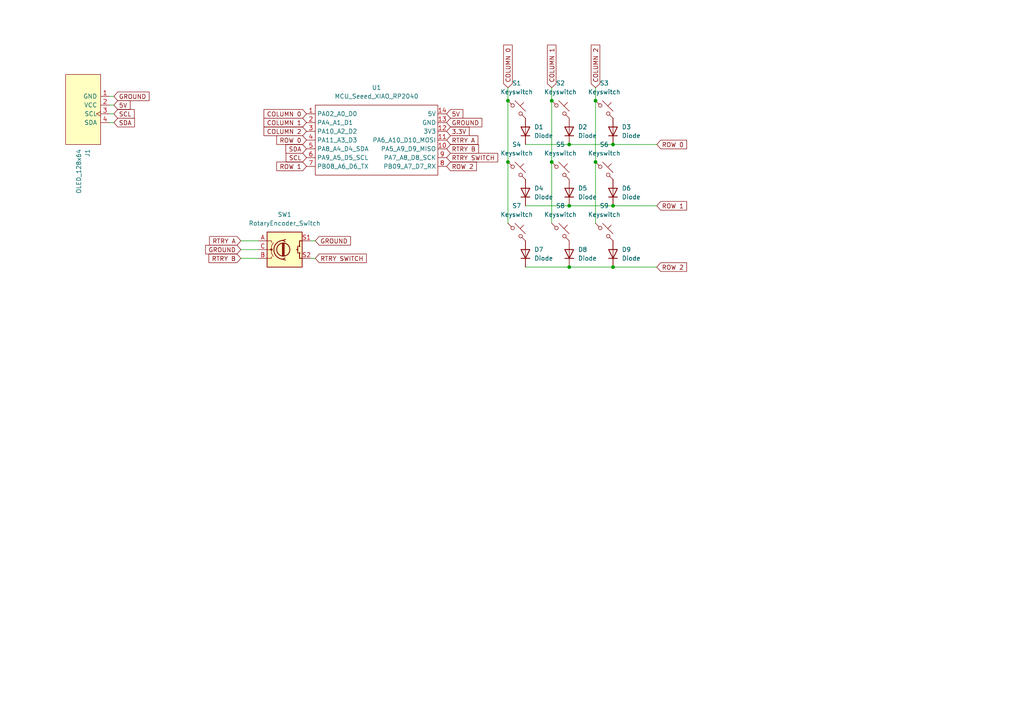
<source format=kicad_sch>
(kicad_sch (version 20250114) (generator "eeschema") (generator_version "9.0")
  (paper "A4")
  (lib_symbols
    (symbol "Device:RotaryEncoder_Switch" (pin_names (offset 0.254) (hide yes))
      (property "Reference" "SW" (at 0 6.604 0))
      (property "Value" "RotaryEncoder_Switch" (at 0 -6.604 0))
      (symbol "RotaryEncoder_Switch_0_1"
        (rectangle (start -5.08 5.08) (end 5.08 -5.08) (stroke (width 0.254)) (fill (type background)))
        (polyline (pts (xy -5.08 2.54) (xy -3.81 2.54) (xy -3.81 2.032)))
        (polyline (pts (xy -5.08 0) (xy -3.81 0) (xy -3.81 -1.016) (xy -3.302 -2.032)))
        (polyline (pts (xy -5.08 -2.54) (xy -3.81 -2.54) (xy -3.81 -2.032)))
        (polyline (pts (xy -4.318 0) (xy -3.81 0) (xy -3.81 1.016) (xy -3.302 2.032)))
        (circle (center -3.81 0) (radius 0.254) (fill (type outline)))
        (polyline (pts (xy -0.635 -1.778) (xy -0.635 1.778)) (stroke (width 0.254)))
        (circle (center -0.381 0) (radius 1.905) (stroke (width 0.254)))
        (polyline (pts (xy -0.381 -1.778) (xy -0.381 1.778)) (stroke (width 0.254)))
        (arc (start -0.381 -2.794) (mid -3.0988 -0.0635) (end -0.381 2.667) (stroke (width 0.254)))
        (polyline (pts (xy -0.127 1.778) (xy -0.127 -1.778)) (stroke (width 0.254)))
        (polyline (pts (xy 0.254 2.921) (xy -0.508 2.667) (xy 0.127 2.286)) (stroke (width 0.254)))
        (polyline (pts (xy 0.254 -3.048) (xy -0.508 -2.794) (xy 0.127 -2.413)) (stroke (width 0.254)))
        (polyline (pts (xy 3.81 1.016) (xy 3.81 -1.016)) (stroke (width 0.254)))
        (polyline (pts (xy 3.81 0) (xy 3.429 0)) (stroke (width 0.254)))
        (circle (center 4.318 1.016) (radius 0.127) (stroke (width 0.254)))
        (circle (center 4.318 -1.016) (radius 0.127) (stroke (width 0.254)))
        (polyline (pts (xy 5.08 2.54) (xy 4.318 2.54) (xy 4.318 1.016)) (stroke (width 0.254)))
        (polyline (pts (xy 5.08 -2.54) (xy 4.318 -2.54) (xy 4.318 -1.016)) (stroke (width 0.254)))
      )
      (symbol "RotaryEncoder_Switch_1_1"
        (pin passive line (at -7.62 2.54 0) (length 2.54) (name "A") (number "A"))
        (pin passive line (at -7.62 0 0) (length 2.54) (name "C") (number "C"))
        (pin passive line (at -7.62 -2.54 0) (length 2.54) (name "B") (number "B"))
        (pin passive line (at 7.62 2.54 180) (length 2.54) (name "S1") (number "S1"))
        (pin passive line (at 7.62 -2.54 180) (length 2.54) (name "S2") (number "S2"))
      )
    )
    (symbol "ScottoKeebs:MCU_Seeed_XIAO_RP2040"
      (property "Reference" "U" (at -16.51 11.43 0))
      (property "Value" "MCU_Seeed_XIAO_RP2040" (at -3.81 -11.43 0))
      (symbol "MCU_Seeed_XIAO_RP2040_0_1"
        (rectangle (start -16.51 10.16) (end 19.05 -10.16))
      )
      (symbol "MCU_Seeed_XIAO_RP2040_1_1"
        (pin passive line (at -19.05 7.62 0) (length 2.54) (name "PA02_A0_D0") (number "1"))
        (pin passive line (at -19.05 5.08 0) (length 2.54) (name "PA4_A1_D1") (number "2"))
        (pin passive line (at -19.05 2.54 0) (length 2.54) (name "PA10_A2_D2") (number "3"))
        (pin passive line (at -19.05 0 0) (length 2.54) (name "PA11_A3_D3") (number "4"))
        (pin passive line (at -19.05 -2.54 0) (length 2.54) (name "PA8_A4_D4_SDA") (number "5"))
        (pin passive line (at -19.05 -5.08 0) (length 2.54) (name "PA9_A5_D5_SCL") (number "6"))
        (pin passive line (at -19.05 -7.62 0) (length 2.54) (name "PB08_A6_D6_TX") (number "7"))
        (pin passive line (at 21.59 7.62 180) (length 2.54) (name "5V") (number "14"))
        (pin passive line (at 21.59 5.08 180) (length 2.54) (name "GND") (number "13"))
        (pin passive line (at 21.59 2.54 180) (length 2.54) (name "3V3") (number "12"))
        (pin passive line (at 21.59 0 180) (length 2.54) (name "PA6_A10_D10_MOSI") (number "11"))
        (pin passive line (at 21.59 -2.54 180) (length 2.54) (name "PA5_A9_D9_MISO") (number "10"))
        (pin passive line (at 21.59 -5.08 180) (length 2.54) (name "PA7_A8_D8_SCK") (number "9"))
        (pin passive line (at 21.59 -7.62 180) (length 2.54) (name "PB09_A7_D7_RX") (number "8"))
      )
    )
    (symbol "ScottoKeebs:OLED_128x64" (pin_names (offset 1.016))
      (property "Reference" "J" (at 0 -11.43 0))
      (property "Value" "OLED_128x64" (at 0 -7.62 0))
      (symbol "OLED_128x64_0_1"
        (rectangle (start 10.16 -10.16) (end -10.16 0) (fill (type background)))
      )
      (symbol "OLED_128x64_1_1"
        (pin power_in line (at -3.81 2.54 270) (length 2.54) (name "GND") (number "1"))
        (pin power_in line (at -1.27 2.54 270) (length 2.54) (name "VCC") (number "2"))
        (pin input clock (at 1.27 2.54 270) (length 2.54) (name "SCL") (number "3"))
        (pin bidirectional line (at 3.81 2.54 270) (length 2.54) (name "SDA") (number "4"))
      )
    )
    (symbol "ScottoKeebs:Placeholder_Diode" (pin_numbers (hide yes)) (pin_names (hide yes))
      (property "Reference" "D" (at 0 2.54 0))
      (property "Value" "Diode" (at 0 -2.54 0))
      (symbol "Placeholder_Diode_0_1"
        (polyline (pts (xy -1.27 1.27) (xy -1.27 -1.27)) (stroke (width 0.254)))
        (polyline (pts (xy 1.27 1.27) (xy 1.27 -1.27) (xy -1.27 0) (xy 1.27 1.27)) (stroke (width 0.254)))
        (polyline (pts (xy 1.27 0) (xy -1.27 0)))
      )
      (symbol "Placeholder_Diode_1_1"
        (pin passive line (at -3.81 0 0) (length 2.54) (name "K") (number "1"))
        (pin passive line (at 3.81 0 180) (length 2.54) (name "A") (number "2"))
      )
    )
    (symbol "ScottoKeebs:Placeholder_Keyswitch" (pin_numbers (hide yes)) (pin_names (offset 1.016) (hide yes))
      (property "Reference" "S" (at 3.048 1.016 0))
      (property "Value" "Keyswitch" (at 0 -3.81 0))
      (symbol "Placeholder_Keyswitch_0_1"
        (polyline (pts (xy -2.54 2.54) (xy -1.524 1.524) (xy -1.524 1.524)))
        (circle (center -1.1684 1.1684) (radius 0.508))
        (polyline (pts (xy -0.508 2.54) (xy 2.54 -0.508)))
        (polyline (pts (xy 1.016 1.016) (xy 2.032 2.032)))
        (circle (center 1.143 -1.1938) (radius 0.508))
        (polyline (pts (xy 1.524 -1.524) (xy 2.54 -2.54) (xy 2.54 -2.54) (xy 2.54 -2.54)))
        (pin passive line (at -2.54 2.54 0) (length 0) (name "1") (number "1"))
        (pin passive line (at 2.54 -2.54 180) (length 0) (name "2") (number "2"))
      )
    )
  )
  (junction (at 177.8 59.69))
  (junction (at 172.72 29.21))
  (junction (at 147.32 29.21))
  (junction (at 160.02 29.21))
  (junction (at 165.1 41.91))
  (junction (at 177.8 41.91))
  (junction (at 172.72 46.99))
  (junction (at 177.8 77.47))
  (junction (at 147.32 46.99))
  (junction (at 165.1 77.47))
  (junction (at 165.1 59.69))
  (junction (at 160.02 46.99))
  (wire (pts (xy 152.4 77.47) (xy 165.1 77.47)))
  (wire (pts (xy 160.02 46.99) (xy 160.02 64.77)))
  (wire (pts (xy 172.72 25.4) (xy 172.72 29.21)))
  (wire (pts (xy 165.1 59.69) (xy 177.8 59.69)))
  (wire (pts (xy 147.32 25.4) (xy 147.32 29.21)))
  (wire (pts (xy 160.02 25.4) (xy 160.02 29.21)))
  (wire (pts (xy 33.02 35.56) (xy 31.75 35.56)))
  (wire (pts (xy 147.32 29.21) (xy 147.32 46.99)))
  (wire (pts (xy 69.85 69.85) (xy 74.93 69.85)))
  (wire (pts (xy 152.4 59.69) (xy 165.1 59.69)))
  (wire (pts (xy 91.44 69.85) (xy 90.17 69.85)))
  (wire (pts (xy 152.4 41.91) (xy 165.1 41.91)))
  (wire (pts (xy 31.75 27.94) (xy 33.02 27.94)))
  (wire (pts (xy 91.44 74.93) (xy 90.17 74.93)))
  (wire (pts (xy 165.1 77.47) (xy 177.8 77.47)))
  (wire (pts (xy 69.85 72.39) (xy 74.93 72.39)))
  (wire (pts (xy 190.5 41.91) (xy 177.8 41.91)))
  (wire (pts (xy 177.8 77.47) (xy 190.5 77.47)))
  (wire (pts (xy 165.1 41.91) (xy 177.8 41.91)))
  (wire (pts (xy 160.02 29.21) (xy 160.02 46.99)))
  (wire (pts (xy 33.02 30.48) (xy 31.75 30.48)))
  (wire (pts (xy 177.8 59.69) (xy 190.5 59.69)))
  (wire (pts (xy 172.72 29.21) (xy 172.72 46.99)))
  (wire (pts (xy 172.72 46.99) (xy 172.72 64.77)))
  (wire (pts (xy 69.85 74.93) (xy 74.93 74.93)))
  (wire (pts (xy 147.32 46.99) (xy 147.32 64.77)))
  (wire (pts (xy 33.02 33.02) (xy 31.75 33.02)))
  (global_label "RTRY B" (shape input) (at 129.54 43.18 0) (property "Intersheetrefs" "${INTERSHEET_REFS}" (effects (hide yes))))
  (global_label "SDA" (shape input) (at 33.02 35.56 0) (property "Intersheetrefs" "${INTERSHEET_REFS}" (effects (hide yes))))
  (global_label "ROW 1" (shape input) (at 190.5 59.69 0) (property "Intersheetrefs" "${INTERSHEET_REFS}" (effects (hide yes))))
  (global_label "ROW 2" (shape input) (at 129.54 48.26 0) (property "Intersheetrefs" "${INTERSHEET_REFS}" (effects (hide yes))))
  (global_label "COLUMN 0" (shape input) (at 147.32 25.4 90) (property "Intersheetrefs" "${INTERSHEET_REFS}" (effects (hide yes))))
  (global_label "RTRY A" (shape input) (at 129.54 40.64 0) (property "Intersheetrefs" "${INTERSHEET_REFS}" (effects (hide yes))))
  (global_label "GROUND" (shape input) (at 69.85 72.39 180) (property "Intersheetrefs" "${INTERSHEET_REFS}" (effects (hide yes))))
  (global_label "COLUMN 0" (shape input) (at 88.9 33.02 180) (property "Intersheetrefs" "${INTERSHEET_REFS}" (effects (hide yes))))
  (global_label "5V" (shape input) (at 129.54 33.02 0) (property "Intersheetrefs" "${INTERSHEET_REFS}" (effects (hide yes))))
  (global_label "RTRY A" (shape input) (at 69.85 69.85 180) (property "Intersheetrefs" "${INTERSHEET_REFS}" (effects (hide yes))))
  (global_label "ROW 2" (shape input) (at 190.5 77.47 0) (property "Intersheetrefs" "${INTERSHEET_REFS}" (effects (hide yes))))
  (global_label "COLUMN 2" (shape input) (at 88.9 38.1 180) (property "Intersheetrefs" "${INTERSHEET_REFS}" (effects (hide yes))))
  (global_label "5V" (shape input) (at 33.02 30.48 0) (property "Intersheetrefs" "${INTERSHEET_REFS}" (effects (hide yes))))
  (global_label "SCL" (shape input) (at 33.02 33.02 0) (property "Intersheetrefs" "${INTERSHEET_REFS}" (effects (hide yes))))
  (global_label "RTRY SWITCH" (shape input) (at 129.54 45.72 0) (property "Intersheetrefs" "${INTERSHEET_REFS}" (effects (hide yes))))
  (global_label "GROUND" (shape input) (at 129.54 35.56 0) (property "Intersheetrefs" "${INTERSHEET_REFS}" (effects (hide yes))))
  (global_label "3.3V" (shape input) (at 129.54 38.1 0) (property "Intersheetrefs" "${INTERSHEET_REFS}" (effects (hide yes))))
  (global_label "ROW 0" (shape input) (at 190.5 41.91 0) (property "Intersheetrefs" "${INTERSHEET_REFS}" (effects (hide yes))))
  (global_label "ROW 1" (shape input) (at 88.9 48.26 180) (property "Intersheetrefs" "${INTERSHEET_REFS}" (effects (hide yes))))
  (global_label "COLUMN 2" (shape input) (at 172.72 25.4 90) (property "Intersheetrefs" "${INTERSHEET_REFS}" (effects (hide yes))))
  (global_label "COLUMN 1" (shape input) (at 160.02 25.4 90) (property "Intersheetrefs" "${INTERSHEET_REFS}" (effects (hide yes))))
  (global_label "COLUMN 1" (shape input) (at 88.9 35.56 180) (property "Intersheetrefs" "${INTERSHEET_REFS}" (effects (hide yes))))
  (global_label "SCL" (shape input) (at 88.9 45.72 180) (property "Intersheetrefs" "${INTERSHEET_REFS}" (effects (hide yes))))
  (global_label "GROUND" (shape input) (at 33.02 27.94 0) (property "Intersheetrefs" "${INTERSHEET_REFS}" (effects (hide yes))))
  (global_label "RTRY SWITCH" (shape input) (at 91.44 74.93 0) (property "Intersheetrefs" "${INTERSHEET_REFS}" (effects (hide yes))))
  (global_label "GROUND" (shape input) (at 91.44 69.85 0) (property "Intersheetrefs" "${INTERSHEET_REFS}" (effects (hide yes))))
  (global_label "SDA" (shape input) (at 88.9 43.18 180) (property "Intersheetrefs" "${INTERSHEET_REFS}" (effects (hide yes))))
  (global_label "ROW 0" (shape input) (at 88.9 40.64 180) (property "Intersheetrefs" "${INTERSHEET_REFS}" (effects (hide yes))))
  (global_label "RTRY B" (shape input) (at 69.85 74.93 180) (property "Intersheetrefs" "${INTERSHEET_REFS}" (effects (hide yes))))
  (symbol (lib_id "ScottoKeebs:Placeholder_Diode") (at 152.4 38.1 90) (unit 1)
    (property "Reference" "D1" (at 154.94 36.8299 90) (effects (justify right)))
    (property "Value" "Diode" (at 154.94 39.3699 90) (effects (justify right)))
    (property "Footprint" "ScottoKeebs_Components:Diode_DO-35" (effects (hide yes)))
    (property "Description" "1N4148 (DO-35) or 1N4148W (SOD-123)" (effects (hide yes)))
    (property "Sim.Device" "D" (effects (hide yes)))
    (property "Sim.Pins" "1=K 2=A" (effects (hide yes)))
  )
  (symbol (lib_id "ScottoKeebs:Placeholder_Keyswitch") (at 149.86 67.31 0) (unit 1)
    (property "Reference" "S7" (at 149.86 59.69 0))
    (property "Value" "Keyswitch" (at 149.86 62.23 0))
    (property "Footprint" "ScottoKeebs_MX:MX_PCB_1.00u" (effects (hide yes)))
    (property "Description" "Push button switch, normally open, two pins, 45° tilted" (effects (hide yes)))
  )
  (symbol (lib_id "ScottoKeebs:Placeholder_Diode") (at 177.8 38.1 90) (unit 1)
    (property "Reference" "D3" (at 180.34 36.8299 90) (effects (justify right)))
    (property "Value" "Diode" (at 180.34 39.3699 90) (effects (justify right)))
    (property "Footprint" "ScottoKeebs_Components:Diode_DO-35" (effects (hide yes)))
    (property "Description" "1N4148 (DO-35) or 1N4148W (SOD-123)" (effects (hide yes)))
    (property "Sim.Device" "D" (effects (hide yes)))
    (property "Sim.Pins" "1=K 2=A" (effects (hide yes)))
  )
  (symbol (lib_id "ScottoKeebs:Placeholder_Keyswitch") (at 162.56 31.75 0) (unit 1)
    (property "Reference" "S2" (at 162.56 24.13 0))
    (property "Value" "Keyswitch" (at 162.56 26.67 0))
    (property "Footprint" "ScottoKeebs_MX:MX_PCB_1.00u" (effects (hide yes)))
    (property "Description" "Push button switch, normally open, two pins, 45° tilted" (effects (hide yes)))
  )
  (symbol (lib_id "ScottoKeebs:Placeholder_Diode") (at 152.4 73.66 90) (unit 1)
    (property "Reference" "D7" (at 154.94 72.3899 90) (effects (justify right)))
    (property "Value" "Diode" (at 154.94 74.9299 90) (effects (justify right)))
    (property "Footprint" "ScottoKeebs_Components:Diode_DO-35" (effects (hide yes)))
    (property "Description" "1N4148 (DO-35) or 1N4148W (SOD-123)" (effects (hide yes)))
    (property "Sim.Device" "D" (effects (hide yes)))
    (property "Sim.Pins" "1=K 2=A" (effects (hide yes)))
  )
  (symbol (lib_id "ScottoKeebs:Placeholder_Keyswitch") (at 162.56 49.53 0) (unit 1)
    (property "Reference" "S5" (at 162.56 41.91 0))
    (property "Value" "Keyswitch" (at 162.56 44.45 0))
    (property "Footprint" "ScottoKeebs_MX:MX_PCB_1.00u" (effects (hide yes)))
    (property "Description" "Push button switch, normally open, two pins, 45° tilted" (effects (hide yes)))
  )
  (symbol (lib_id "Device:RotaryEncoder_Switch") (at 82.55 72.39 0) (unit 1)
    (property "Reference" "SW1" (at 82.55 62.23 0))
    (property "Value" "RotaryEncoder_Switch" (at 82.55 64.77 0))
    (property "Footprint" "Rotary_Encoder:RotaryEncoder_Alps_EC11E-Switch_Vertical_H20mm" (effects (hide yes)))
    (property "Description" "Rotary encoder, dual channel, incremental quadrate outputs, with switch" (effects (hide yes)))
  )
  (symbol (lib_id "ScottoKeebs:Placeholder_Diode") (at 165.1 55.88 90) (unit 1)
    (property "Reference" "D5" (at 167.64 54.6099 90) (effects (justify right)))
    (property "Value" "Diode" (at 167.64 57.1499 90) (effects (justify right)))
    (property "Footprint" "ScottoKeebs_Components:Diode_DO-35" (effects (hide yes)))
    (property "Description" "1N4148 (DO-35) or 1N4148W (SOD-123)" (effects (hide yes)))
    (property "Sim.Device" "D" (effects (hide yes)))
    (property "Sim.Pins" "1=K 2=A" (effects (hide yes)))
  )
  (symbol (lib_id "ScottoKeebs:Placeholder_Diode") (at 152.4 55.88 90) (unit 1)
    (property "Reference" "D4" (at 154.94 54.6099 90) (effects (justify right)))
    (property "Value" "Diode" (at 154.94 57.1499 90) (effects (justify right)))
    (property "Footprint" "ScottoKeebs_Components:Diode_DO-35" (effects (hide yes)))
    (property "Description" "1N4148 (DO-35) or 1N4148W (SOD-123)" (effects (hide yes)))
    (property "Sim.Device" "D" (effects (hide yes)))
    (property "Sim.Pins" "1=K 2=A" (effects (hide yes)))
  )
  (symbol (lib_id "ScottoKeebs:Placeholder_Keyswitch") (at 162.56 67.31 0) (unit 1)
    (property "Reference" "S8" (at 162.56 59.69 0))
    (property "Value" "Keyswitch" (at 162.56 62.23 0))
    (property "Footprint" "ScottoKeebs_MX:MX_PCB_1.00u" (effects (hide yes)))
    (property "Description" "Push button switch, normally open, two pins, 45° tilted" (effects (hide yes)))
  )
  (symbol (lib_id "ScottoKeebs:Placeholder_Keyswitch") (at 175.26 67.31 0) (unit 1)
    (property "Reference" "S9" (at 175.26 59.69 0))
    (property "Value" "Keyswitch" (at 175.26 62.23 0))
    (property "Footprint" "ScottoKeebs_MX:MX_PCB_1.00u" (effects (hide yes)))
    (property "Description" "Push button switch, normally open, two pins, 45° tilted" (effects (hide yes)))
  )
  (symbol (lib_id "ScottoKeebs:Placeholder_Keyswitch") (at 175.26 49.53 0) (unit 1)
    (property "Reference" "S6" (at 175.26 41.91 0))
    (property "Value" "Keyswitch" (at 175.26 44.45 0))
    (property "Footprint" "ScottoKeebs_MX:MX_PCB_1.00u" (effects (hide yes)))
    (property "Description" "Push button switch, normally open, two pins, 45° tilted" (effects (hide yes)))
  )
  (symbol (lib_id "ScottoKeebs:MCU_Seeed_XIAO_RP2040") (at 107.95 40.64 0) (unit 1)
    (property "Reference" "U1" (at 109.22 25.4 0))
    (property "Value" "MCU_Seeed_XIAO_RP2040" (at 109.22 27.94 0))
    (property "Footprint" "ScottoKeebs_MCU:Seeed_XIAO_RP2040" (effects (hide yes)))
  )
  (symbol (lib_id "ScottoKeebs:Placeholder_Diode") (at 177.8 73.66 90) (unit 1)
    (property "Reference" "D9" (at 180.34 72.3899 90) (effects (justify right)))
    (property "Value" "Diode" (at 180.34 74.9299 90) (effects (justify right)))
    (property "Footprint" "ScottoKeebs_Components:Diode_DO-35" (effects (hide yes)))
    (property "Description" "1N4148 (DO-35) or 1N4148W (SOD-123)" (effects (hide yes)))
    (property "Sim.Device" "D" (effects (hide yes)))
    (property "Sim.Pins" "1=K 2=A" (effects (hide yes)))
  )
  (symbol (lib_id "ScottoKeebs:Placeholder_Diode") (at 177.8 55.88 90) (unit 1)
    (property "Reference" "D6" (at 180.34 54.6099 90) (effects (justify right)))
    (property "Value" "Diode" (at 180.34 57.1499 90) (effects (justify right)))
    (property "Footprint" "ScottoKeebs_Components:Diode_DO-35" (effects (hide yes)))
    (property "Description" "1N4148 (DO-35) or 1N4148W (SOD-123)" (effects (hide yes)))
    (property "Sim.Device" "D" (effects (hide yes)))
    (property "Sim.Pins" "1=K 2=A" (effects (hide yes)))
  )
  (symbol (lib_id "ScottoKeebs:Placeholder_Keyswitch") (at 149.86 49.53 0) (unit 1)
    (property "Reference" "S4" (at 149.86 41.91 0))
    (property "Value" "Keyswitch" (at 149.86 44.45 0))
    (property "Footprint" "ScottoKeebs_MX:MX_PCB_1.00u" (effects (hide yes)))
    (property "Description" "Push button switch, normally open, two pins, 45° tilted" (effects (hide yes)))
  )
  (symbol (lib_id "ScottoKeebs:Placeholder_Keyswitch") (at 149.86 31.75 0) (unit 1)
    (property "Reference" "S1" (at 149.86 24.13 0))
    (property "Value" "Keyswitch" (at 149.86 26.67 0))
    (property "Footprint" "ScottoKeebs_MX:MX_PCB_1.00u" (effects (hide yes)))
    (property "Description" "Push button switch, normally open, two pins, 45° tilted" (effects (hide yes)))
  )
  (symbol (lib_id "ScottoKeebs:Placeholder_Diode") (at 165.1 73.66 90) (unit 1)
    (property "Reference" "D8" (at 167.64 72.3899 90) (effects (justify right)))
    (property "Value" "Diode" (at 167.64 74.9299 90) (effects (justify right)))
    (property "Footprint" "ScottoKeebs_Components:Diode_DO-35" (effects (hide yes)))
    (property "Description" "1N4148 (DO-35) or 1N4148W (SOD-123)" (effects (hide yes)))
    (property "Sim.Device" "D" (effects (hide yes)))
    (property "Sim.Pins" "1=K 2=A" (effects (hide yes)))
  )
  (symbol (lib_id "ScottoKeebs:Placeholder_Keyswitch") (at 175.26 31.75 0) (unit 1)
    (property "Reference" "S3" (at 175.26 24.13 0))
    (property "Value" "Keyswitch" (at 175.26 26.67 0))
    (property "Footprint" "ScottoKeebs_MX:MX_PCB_1.00u" (effects (hide yes)))
    (property "Description" "Push button switch, normally open, two pins, 45° tilted" (effects (hide yes)))
  )
  (symbol (lib_id "ScottoKeebs:Placeholder_Diode") (at 165.1 38.1 90) (unit 1)
    (property "Reference" "D2" (at 167.64 36.8299 90) (effects (justify right)))
    (property "Value" "Diode" (at 167.64 39.3699 90) (effects (justify right)))
    (property "Footprint" "ScottoKeebs_Components:Diode_DO-35" (effects (hide yes)))
    (property "Description" "1N4148 (DO-35) or 1N4148W (SOD-123)" (effects (hide yes)))
    (property "Sim.Device" "D" (effects (hide yes)))
    (property "Sim.Pins" "1=K 2=A" (effects (hide yes)))
  )
  (symbol (lib_id "ScottoKeebs:OLED_128x64") (at 29.21 31.75 270) (unit 1)
    (property "Reference" "J1" (at 25.4001 43.18 0) (effects (justify left)))
    (property "Value" "OLED_128x64" (at 22.8601 43.18 0) (effects (justify left)))
    (property "Footprint" "ScottoKeebs_Components:OLED_128x64" (effects (hide yes)))
  )
)
</source>
